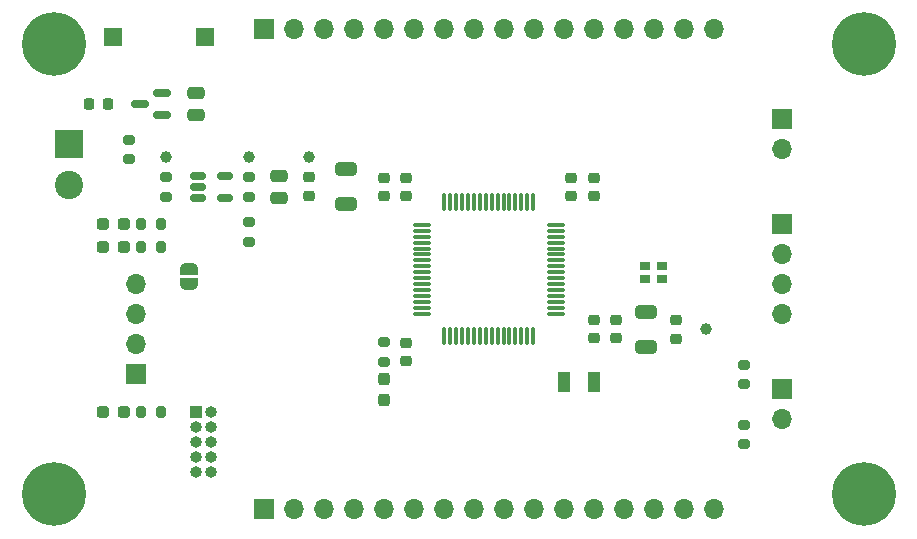
<source format=gbr>
%TF.GenerationSoftware,KiCad,Pcbnew,(6.0.2)*%
%TF.CreationDate,2022-02-18T18:14:02-05:00*%
%TF.ProjectId,EFM32TG11-Core,45464d33-3254-4473-9131-2d436f72652e,rev?*%
%TF.SameCoordinates,Original*%
%TF.FileFunction,Soldermask,Top*%
%TF.FilePolarity,Negative*%
%FSLAX46Y46*%
G04 Gerber Fmt 4.6, Leading zero omitted, Abs format (unit mm)*
G04 Created by KiCad (PCBNEW (6.0.2)) date 2022-02-18 18:14:02*
%MOMM*%
%LPD*%
G01*
G04 APERTURE LIST*
G04 Aperture macros list*
%AMRoundRect*
0 Rectangle with rounded corners*
0 $1 Rounding radius*
0 $2 $3 $4 $5 $6 $7 $8 $9 X,Y pos of 4 corners*
0 Add a 4 corners polygon primitive as box body*
4,1,4,$2,$3,$4,$5,$6,$7,$8,$9,$2,$3,0*
0 Add four circle primitives for the rounded corners*
1,1,$1+$1,$2,$3*
1,1,$1+$1,$4,$5*
1,1,$1+$1,$6,$7*
1,1,$1+$1,$8,$9*
0 Add four rect primitives between the rounded corners*
20,1,$1+$1,$2,$3,$4,$5,0*
20,1,$1+$1,$4,$5,$6,$7,0*
20,1,$1+$1,$6,$7,$8,$9,0*
20,1,$1+$1,$8,$9,$2,$3,0*%
%AMFreePoly0*
4,1,22,0.500000,-0.750000,0.000000,-0.750000,0.000000,-0.745033,-0.079941,-0.743568,-0.215256,-0.701293,-0.333266,-0.622738,-0.424486,-0.514219,-0.481581,-0.384460,-0.499164,-0.250000,-0.500000,-0.250000,-0.500000,0.250000,-0.499164,0.250000,-0.499963,0.256109,-0.478152,0.396186,-0.417904,0.524511,-0.324060,0.630769,-0.204165,0.706417,-0.067858,0.745374,0.000000,0.744959,0.000000,0.750000,
0.500000,0.750000,0.500000,-0.750000,0.500000,-0.750000,$1*%
%AMFreePoly1*
4,1,20,0.000000,0.744959,0.073905,0.744508,0.209726,0.703889,0.328688,0.626782,0.421226,0.519385,0.479903,0.390333,0.500000,0.250000,0.500000,-0.250000,0.499851,-0.262216,0.476331,-0.402017,0.414519,-0.529596,0.319384,-0.634700,0.198574,-0.708877,0.061801,-0.746166,0.000000,-0.745033,0.000000,-0.750000,-0.500000,-0.750000,-0.500000,0.750000,0.000000,0.750000,0.000000,0.744959,
0.000000,0.744959,$1*%
G04 Aperture macros list end*
%ADD10RoundRect,0.225000X-0.250000X0.225000X-0.250000X-0.225000X0.250000X-0.225000X0.250000X0.225000X0*%
%ADD11R,1.700000X1.700000*%
%ADD12O,1.700000X1.700000*%
%ADD13R,2.400000X2.400000*%
%ADD14C,2.400000*%
%ADD15RoundRect,0.218750X0.256250X-0.218750X0.256250X0.218750X-0.256250X0.218750X-0.256250X-0.218750X0*%
%ADD16C,1.000000*%
%ADD17RoundRect,0.200000X0.200000X0.275000X-0.200000X0.275000X-0.200000X-0.275000X0.200000X-0.275000X0*%
%ADD18R,0.900000X0.800000*%
%ADD19RoundRect,0.237500X0.237500X-0.287500X0.237500X0.287500X-0.237500X0.287500X-0.237500X-0.287500X0*%
%ADD20RoundRect,0.250000X-0.475000X0.250000X-0.475000X-0.250000X0.475000X-0.250000X0.475000X0.250000X0*%
%ADD21RoundRect,0.250000X-0.650000X0.325000X-0.650000X-0.325000X0.650000X-0.325000X0.650000X0.325000X0*%
%ADD22RoundRect,0.200000X-0.275000X0.200000X-0.275000X-0.200000X0.275000X-0.200000X0.275000X0.200000X0*%
%ADD23FreePoly0,270.000000*%
%ADD24FreePoly1,270.000000*%
%ADD25RoundRect,0.237500X-0.287500X-0.237500X0.287500X-0.237500X0.287500X0.237500X-0.287500X0.237500X0*%
%ADD26C,5.400000*%
%ADD27RoundRect,0.075000X0.075000X-0.662500X0.075000X0.662500X-0.075000X0.662500X-0.075000X-0.662500X0*%
%ADD28RoundRect,0.075000X0.662500X-0.075000X0.662500X0.075000X-0.662500X0.075000X-0.662500X-0.075000X0*%
%ADD29RoundRect,0.150000X-0.512500X-0.150000X0.512500X-0.150000X0.512500X0.150000X-0.512500X0.150000X0*%
%ADD30R,1.000000X1.800000*%
%ADD31RoundRect,0.225000X0.250000X-0.225000X0.250000X0.225000X-0.250000X0.225000X-0.250000X-0.225000X0*%
%ADD32RoundRect,0.150000X0.587500X0.150000X-0.587500X0.150000X-0.587500X-0.150000X0.587500X-0.150000X0*%
%ADD33RoundRect,0.200000X0.275000X-0.200000X0.275000X0.200000X-0.275000X0.200000X-0.275000X-0.200000X0*%
%ADD34R,1.500000X1.500000*%
%ADD35R,1.000000X1.000000*%
%ADD36O,1.000000X1.000000*%
%ADD37RoundRect,0.218750X-0.218750X-0.256250X0.218750X-0.256250X0.218750X0.256250X-0.218750X0.256250X0*%
G04 APERTURE END LIST*
D10*
%TO.C,C9*%
X168910000Y-105905000D03*
X168910000Y-107455000D03*
%TD*%
D11*
%TO.C,J2*%
X184855000Y-88895000D03*
D12*
X184855000Y-91435000D03*
%TD*%
D13*
%TO.C,J1*%
X124460000Y-90960000D03*
D14*
X124460000Y-94460000D03*
%TD*%
D15*
%TO.C,FB1*%
X144780000Y-95402500D03*
X144780000Y-93827500D03*
%TD*%
D16*
%TO.C,TP3*%
X144780000Y-92075000D03*
%TD*%
D17*
%TO.C,R7*%
X132270000Y-113665000D03*
X130620000Y-113665000D03*
%TD*%
D18*
%TO.C,Y2*%
X174690000Y-101304000D03*
X173290000Y-101304000D03*
X173290000Y-102404000D03*
X174690000Y-102404000D03*
%TD*%
D10*
%TO.C,C10*%
X170815000Y-105905000D03*
X170815000Y-107455000D03*
%TD*%
D19*
%TO.C,D4*%
X151130000Y-112635000D03*
X151130000Y-110885000D03*
%TD*%
D20*
%TO.C,C1*%
X135255000Y-86680000D03*
X135255000Y-88580000D03*
%TD*%
D21*
%TO.C,C8*%
X173355000Y-105205000D03*
X173355000Y-108155000D03*
%TD*%
D22*
%TO.C,R5*%
X129540000Y-90615000D03*
X129540000Y-92265000D03*
%TD*%
%TO.C,R10*%
X181610000Y-109665000D03*
X181610000Y-111315000D03*
%TD*%
D23*
%TO.C,JP1*%
X134620000Y-101585000D03*
D24*
X134620000Y-102885000D03*
%TD*%
D25*
%TO.C,D2*%
X127395000Y-99695000D03*
X129145000Y-99695000D03*
%TD*%
D26*
%TO.C,H3*%
X191770000Y-82550000D03*
%TD*%
D11*
%TO.C,J4*%
X184855000Y-111755000D03*
D12*
X184855000Y-114295000D03*
%TD*%
D26*
%TO.C,H1*%
X123190000Y-82550000D03*
%TD*%
D25*
%TO.C,D3*%
X127395000Y-113665000D03*
X129145000Y-113665000D03*
%TD*%
D22*
%TO.C,R8*%
X151130000Y-107760000D03*
X151130000Y-109410000D03*
%TD*%
D27*
%TO.C,U2*%
X156270000Y-107262500D03*
X156770000Y-107262500D03*
X157270000Y-107262500D03*
X157770000Y-107262500D03*
X158270000Y-107262500D03*
X158770000Y-107262500D03*
X159270000Y-107262500D03*
X159770000Y-107262500D03*
X160270000Y-107262500D03*
X160770000Y-107262500D03*
X161270000Y-107262500D03*
X161770000Y-107262500D03*
X162270000Y-107262500D03*
X162770000Y-107262500D03*
X163270000Y-107262500D03*
X163770000Y-107262500D03*
D28*
X165682500Y-105350000D03*
X165682500Y-104850000D03*
X165682500Y-104350000D03*
X165682500Y-103850000D03*
X165682500Y-103350000D03*
X165682500Y-102850000D03*
X165682500Y-102350000D03*
X165682500Y-101850000D03*
X165682500Y-101350000D03*
X165682500Y-100850000D03*
X165682500Y-100350000D03*
X165682500Y-99850000D03*
X165682500Y-99350000D03*
X165682500Y-98850000D03*
X165682500Y-98350000D03*
X165682500Y-97850000D03*
D27*
X163770000Y-95937500D03*
X163270000Y-95937500D03*
X162770000Y-95937500D03*
X162270000Y-95937500D03*
X161770000Y-95937500D03*
X161270000Y-95937500D03*
X160770000Y-95937500D03*
X160270000Y-95937500D03*
X159770000Y-95937500D03*
X159270000Y-95937500D03*
X158770000Y-95937500D03*
X158270000Y-95937500D03*
X157770000Y-95937500D03*
X157270000Y-95937500D03*
X156770000Y-95937500D03*
X156270000Y-95937500D03*
D28*
X154357500Y-97850000D03*
X154357500Y-98350000D03*
X154357500Y-98850000D03*
X154357500Y-99350000D03*
X154357500Y-99850000D03*
X154357500Y-100350000D03*
X154357500Y-100850000D03*
X154357500Y-101350000D03*
X154357500Y-101850000D03*
X154357500Y-102350000D03*
X154357500Y-102850000D03*
X154357500Y-103350000D03*
X154357500Y-103850000D03*
X154357500Y-104350000D03*
X154357500Y-104850000D03*
X154357500Y-105350000D03*
%TD*%
D22*
%TO.C,R3*%
X139700000Y-93790000D03*
X139700000Y-95440000D03*
%TD*%
D11*
%TO.C,J7*%
X140970000Y-121895000D03*
D12*
X143510000Y-121895000D03*
X146050000Y-121895000D03*
X148590000Y-121895000D03*
X151130000Y-121895000D03*
X153670000Y-121895000D03*
X156210000Y-121895000D03*
X158750000Y-121895000D03*
X161290000Y-121895000D03*
X163830000Y-121895000D03*
X166370000Y-121895000D03*
X168910000Y-121895000D03*
X171450000Y-121895000D03*
X173990000Y-121895000D03*
X176530000Y-121895000D03*
X179070000Y-121895000D03*
%TD*%
D29*
%TO.C,U1*%
X135387500Y-93665000D03*
X135387500Y-94615000D03*
X135387500Y-95565000D03*
X137662500Y-95565000D03*
X137662500Y-93665000D03*
%TD*%
D30*
%TO.C,Y1*%
X168890000Y-111125000D03*
X166390000Y-111125000D03*
%TD*%
D10*
%TO.C,C7*%
X153035000Y-107810000D03*
X153035000Y-109360000D03*
%TD*%
D16*
%TO.C,TP4*%
X178435000Y-106680000D03*
%TD*%
D11*
%TO.C,J5*%
X130175000Y-110480000D03*
D12*
X130175000Y-107940000D03*
X130175000Y-105400000D03*
X130175000Y-102860000D03*
%TD*%
D21*
%TO.C,C3*%
X147955000Y-93140000D03*
X147955000Y-96090000D03*
%TD*%
D20*
%TO.C,C2*%
X142240000Y-93665000D03*
X142240000Y-95565000D03*
%TD*%
D17*
%TO.C,R2*%
X132270000Y-97790000D03*
X130620000Y-97790000D03*
%TD*%
D11*
%TO.C,J8*%
X140970000Y-81255000D03*
D12*
X143510000Y-81255000D03*
X146050000Y-81255000D03*
X148590000Y-81255000D03*
X151130000Y-81255000D03*
X153670000Y-81255000D03*
X156210000Y-81255000D03*
X158750000Y-81255000D03*
X161290000Y-81255000D03*
X163830000Y-81255000D03*
X166370000Y-81255000D03*
X168910000Y-81255000D03*
X171450000Y-81255000D03*
X173990000Y-81255000D03*
X176530000Y-81255000D03*
X179070000Y-81255000D03*
%TD*%
D25*
%TO.C,D1*%
X127395000Y-97790000D03*
X129145000Y-97790000D03*
%TD*%
D26*
%TO.C,H2*%
X123190000Y-120650000D03*
%TD*%
D16*
%TO.C,TP2*%
X139700000Y-92075000D03*
%TD*%
%TO.C,TP1*%
X132715000Y-92075000D03*
%TD*%
D11*
%TO.C,J3*%
X184855000Y-97800000D03*
D12*
X184855000Y-100340000D03*
X184855000Y-102880000D03*
X184855000Y-105420000D03*
%TD*%
D31*
%TO.C,C4*%
X168910000Y-95390000D03*
X168910000Y-93840000D03*
%TD*%
%TO.C,C5*%
X151130000Y-95390000D03*
X151130000Y-93840000D03*
%TD*%
D26*
%TO.C,H4*%
X191770000Y-120650000D03*
%TD*%
D15*
%TO.C,FB2*%
X175895000Y-107467500D03*
X175895000Y-105892500D03*
%TD*%
D32*
%TO.C,Q1*%
X132382500Y-88580000D03*
X132382500Y-86680000D03*
X130507500Y-87630000D03*
%TD*%
D31*
%TO.C,C11*%
X153035000Y-95390000D03*
X153035000Y-93840000D03*
%TD*%
%TO.C,C6*%
X167005000Y-95390000D03*
X167005000Y-93840000D03*
%TD*%
D33*
%TO.C,R9*%
X181610000Y-116395000D03*
X181610000Y-114745000D03*
%TD*%
D22*
%TO.C,R6*%
X139700000Y-97600000D03*
X139700000Y-99250000D03*
%TD*%
D34*
%TO.C,SW1*%
X128180000Y-81915000D03*
X135980000Y-81915000D03*
%TD*%
D22*
%TO.C,R1*%
X132715000Y-93790000D03*
X132715000Y-95440000D03*
%TD*%
D35*
%TO.C,J6*%
X135265000Y-113655000D03*
D36*
X136535000Y-113655000D03*
X135265000Y-114925000D03*
X136535000Y-114925000D03*
X135265000Y-116195000D03*
X136535000Y-116195000D03*
X135265000Y-117465000D03*
X136535000Y-117465000D03*
X135265000Y-118735000D03*
X136535000Y-118735000D03*
%TD*%
D37*
%TO.C,F1*%
X126212500Y-87630000D03*
X127787500Y-87630000D03*
%TD*%
D17*
%TO.C,R4*%
X132270000Y-99695000D03*
X130620000Y-99695000D03*
%TD*%
M02*

</source>
